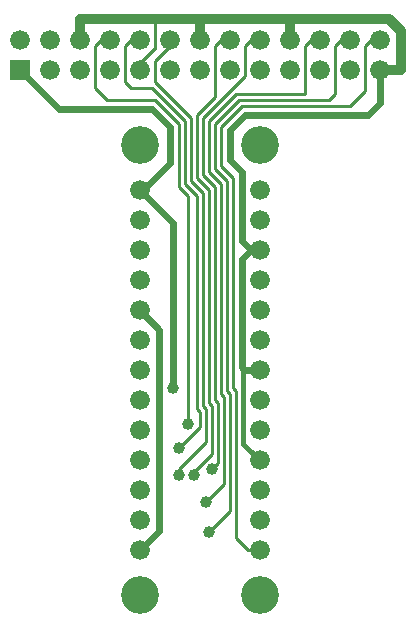
<source format=gbr>
G04 EAGLE Gerber RS-274X export*
G75*
%MOMM*%
%FSLAX34Y34*%
%LPD*%
%INBottom Copper*%
%IPPOS*%
%AMOC8*
5,1,8,0,0,1.08239X$1,22.5*%
G01*
%ADD10R,1.676400X1.676400*%
%ADD11C,1.676400*%
%ADD12C,3.200000*%
%ADD13C,0.609600*%
%ADD14C,1.008000*%
%ADD15C,0.812800*%
%ADD16C,0.304800*%
%ADD17C,0.254000*%
%ADD18C,0.406400*%


D10*
X-152400Y254000D03*
D11*
X-152400Y279400D03*
X-127000Y254000D03*
X-127000Y279400D03*
X-101600Y254000D03*
X-101600Y279400D03*
X-76200Y254000D03*
X-76200Y279400D03*
X-50800Y254000D03*
X-50800Y279400D03*
X-25400Y254000D03*
X-25400Y279400D03*
X0Y254000D03*
X0Y279400D03*
X25400Y254000D03*
X25400Y279400D03*
X50800Y254000D03*
X50800Y279400D03*
X76200Y254000D03*
X76200Y279400D03*
X101600Y254000D03*
X101600Y279400D03*
X127000Y254000D03*
X127000Y279400D03*
X152400Y254000D03*
X152400Y279400D03*
X50800Y152400D03*
X50800Y127000D03*
X50800Y101600D03*
X50800Y76200D03*
X50800Y50800D03*
X50800Y25400D03*
X50800Y0D03*
X50800Y-25400D03*
X50800Y-50800D03*
X50800Y-76200D03*
X50800Y-101600D03*
X50800Y-127000D03*
X50800Y-152400D03*
X-50800Y152400D03*
X-50800Y127000D03*
X-50800Y101600D03*
X-50800Y76200D03*
X-50800Y50800D03*
X-50800Y25400D03*
X-50800Y0D03*
X-50800Y-25400D03*
X-50800Y-50800D03*
X-50800Y-76200D03*
X-50800Y-101600D03*
X-50800Y-127000D03*
X-50800Y-152400D03*
D12*
X-50800Y190500D03*
X50800Y190500D03*
X50800Y-190500D03*
X-50800Y-190500D03*
D13*
X-119380Y220980D02*
X-152400Y254000D01*
X-119380Y220980D02*
X-40640Y220980D01*
X-25400Y205740D01*
X-25400Y175260D01*
X-48260Y152400D01*
X-50800Y152400D01*
X-22860Y124460D01*
X-22860Y-15240D01*
D14*
X-22860Y-15240D03*
D15*
X76200Y279400D02*
X76200Y297180D01*
X0Y297180D01*
X0Y279400D01*
X-101600Y279400D02*
X-101600Y297180D01*
X-38100Y297180D01*
X0Y297180D01*
X152400Y254000D02*
X170180Y254000D01*
X170180Y287020D01*
X160020Y297180D01*
X76200Y297180D01*
D13*
X50800Y0D02*
X38100Y0D01*
X36830Y1270D01*
X35560Y2540D01*
X35560Y93980D01*
X43180Y101600D01*
X50800Y101600D01*
X-34290Y34290D02*
X-50800Y50800D01*
X-34290Y34290D02*
X-34290Y-135890D01*
X-50800Y-152400D01*
D16*
X-50800Y254000D02*
X-50800Y259080D01*
X-38100Y271780D01*
D17*
X-38100Y297180D01*
D13*
X35560Y109220D02*
X43180Y101600D01*
X35560Y109220D02*
X35560Y167640D01*
X25400Y177800D01*
X25400Y203200D01*
X38100Y215900D01*
X142240Y215900D01*
X152400Y226060D01*
X152400Y254000D01*
D18*
X36830Y1270D02*
X36830Y-62230D01*
X50800Y-76200D01*
D17*
X-76200Y279400D02*
X-83820Y279400D01*
X-88900Y274320D01*
X-88900Y238760D01*
X-78740Y228600D01*
X-38100Y228600D01*
X-17780Y208280D01*
X-17780Y154940D01*
X-10160Y147320D01*
X-10160Y-45720D01*
D14*
X-10160Y-45720D03*
D17*
X-50800Y279400D02*
X-58420Y279400D01*
X-63500Y274320D01*
X-63500Y243840D01*
X-58420Y238760D01*
X-40640Y238760D01*
X-12700Y210820D01*
X-12700Y157480D01*
X-2540Y147320D01*
X-2540Y-33020D01*
X0Y-35560D01*
X0Y-48260D01*
X-17780Y-66040D01*
D14*
X-17780Y-66040D03*
D17*
X-25400Y274320D02*
X-25400Y279400D01*
X-25400Y274320D02*
X-38100Y261620D01*
X-38100Y243840D01*
X-7620Y213360D01*
X-7620Y160020D01*
X2540Y149860D01*
X2540Y-30480D01*
X5080Y-33020D01*
X5080Y-60960D01*
X-17780Y-83820D01*
X-17780Y-88900D01*
D14*
X-17780Y-88900D03*
D17*
X17780Y279400D02*
X25400Y279400D01*
X17780Y279400D02*
X12700Y274320D01*
X12700Y231140D01*
X-2540Y215900D01*
X-2540Y162560D01*
X7620Y152400D01*
X7620Y-27940D01*
X10160Y-30480D01*
X10160Y-71120D01*
X-5080Y-86360D01*
X-5080Y-88900D01*
D14*
X-5080Y-88900D03*
D17*
X43180Y279400D02*
X50800Y279400D01*
X43180Y279400D02*
X38100Y274320D01*
X38100Y248920D01*
X2540Y213360D01*
X2540Y165100D01*
X12700Y154940D01*
X12700Y-25400D01*
X15240Y-27940D01*
X15240Y-78740D01*
X10160Y-83820D01*
D14*
X10160Y-83820D03*
D17*
X93980Y279400D02*
X101600Y279400D01*
X93980Y279400D02*
X88900Y274320D01*
X88900Y233680D01*
X7620Y210820D02*
X7620Y167640D01*
X17780Y157480D01*
X17780Y-20320D01*
X20320Y-22860D01*
X20320Y-96520D01*
X5080Y-111760D01*
D14*
X5080Y-111760D03*
D17*
X7620Y210820D02*
X30480Y233680D01*
X88900Y233680D01*
X119380Y279400D02*
X127000Y279400D01*
X119380Y279400D02*
X114300Y274320D01*
X114300Y233680D01*
X12700Y208280D02*
X12700Y170180D01*
X22860Y160020D01*
X22860Y-17780D01*
X25400Y-20320D01*
X25400Y-119380D01*
X7620Y-137160D01*
D14*
X7620Y-137160D03*
D17*
X12700Y208280D02*
X33020Y228600D01*
X109220Y228600D01*
X114300Y233680D01*
X144780Y279400D02*
X152400Y279400D01*
X144780Y279400D02*
X139700Y274320D01*
X139700Y236220D01*
X27940Y162560D02*
X27940Y-15240D01*
X30480Y-17780D01*
X30480Y-142240D01*
X40640Y-152400D01*
X50800Y-152400D01*
X127000Y223520D02*
X139700Y236220D01*
X127000Y223520D02*
X35560Y223520D01*
X17780Y205740D01*
X17780Y172720D01*
X27940Y162560D01*
M02*

</source>
